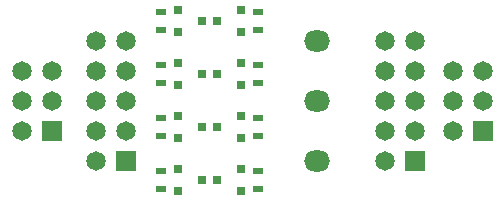
<source format=gts>
G04 #@! TF.FileFunction,Soldermask,Top*
%FSLAX46Y46*%
G04 Gerber Fmt 4.6, Leading zero omitted, Abs format (unit mm)*
G04 Created by KiCad (PCBNEW (2015-04-17 BZR 5608)-product) date Sun 19 Apr 2015 04:52:48 PM CEST*
%MOMM*%
G01*
G04 APERTURE LIST*
%ADD10C,0.150000*%
%ADD11R,0.800100X0.800100*%
%ADD12R,1.651000X1.651000*%
%ADD13C,1.651000*%
%ADD14O,2.200000X1.800000*%
%ADD15R,0.900000X0.500000*%
G04 APERTURE END LIST*
D10*
D11*
X67248980Y-43450000D03*
X67248980Y-41550000D03*
X65250000Y-42500000D03*
D12*
X87770000Y-51790000D03*
D13*
X85230000Y-51790000D03*
X87770000Y-49250000D03*
X85230000Y-49250000D03*
X87770000Y-46710000D03*
X85230000Y-46710000D03*
D11*
X67248980Y-52450000D03*
X67248980Y-50550000D03*
X65250000Y-51500000D03*
X67248980Y-56950000D03*
X67248980Y-55050000D03*
X65250000Y-56000000D03*
X61999240Y-50550000D03*
X61999240Y-52450000D03*
X63998220Y-51500000D03*
X61999240Y-55050000D03*
X61999240Y-56950000D03*
X63998220Y-56000000D03*
X67248980Y-47950000D03*
X67248980Y-46050000D03*
X65250000Y-47000000D03*
X61999240Y-46050000D03*
X61999240Y-47950000D03*
X63998220Y-47000000D03*
D13*
X54980000Y-44170000D03*
X57520000Y-44170000D03*
D12*
X57520000Y-54330000D03*
D13*
X54980000Y-54330000D03*
X57520000Y-51790000D03*
X54980000Y-51790000D03*
X57520000Y-49250000D03*
X54980000Y-49250000D03*
X57520000Y-46710000D03*
X54980000Y-46710000D03*
X79480000Y-44170000D03*
X82020000Y-44170000D03*
D12*
X82020000Y-54330000D03*
D13*
X79480000Y-54330000D03*
X82020000Y-51790000D03*
X79480000Y-51790000D03*
X82020000Y-49250000D03*
X79480000Y-49250000D03*
X82020000Y-46710000D03*
X79480000Y-46710000D03*
D11*
X61999240Y-41550000D03*
X61999240Y-43450000D03*
X63998220Y-42500000D03*
D14*
X73750000Y-54330000D03*
X73750000Y-49250000D03*
X73750000Y-44170000D03*
D12*
X51270000Y-51790000D03*
D13*
X48730000Y-51790000D03*
X51270000Y-49250000D03*
X48730000Y-49250000D03*
X51270000Y-46710000D03*
X48730000Y-46710000D03*
D15*
X68750000Y-52250000D03*
X68750000Y-50750000D03*
X68750000Y-56750000D03*
X68750000Y-55250000D03*
X60500000Y-55250000D03*
X60500000Y-56750000D03*
X60500000Y-50750000D03*
X60500000Y-52250000D03*
X60500000Y-46250000D03*
X60500000Y-47750000D03*
X68750000Y-47750000D03*
X68750000Y-46250000D03*
X60500000Y-41750000D03*
X60500000Y-43250000D03*
X68750000Y-43250000D03*
X68750000Y-41750000D03*
M02*

</source>
